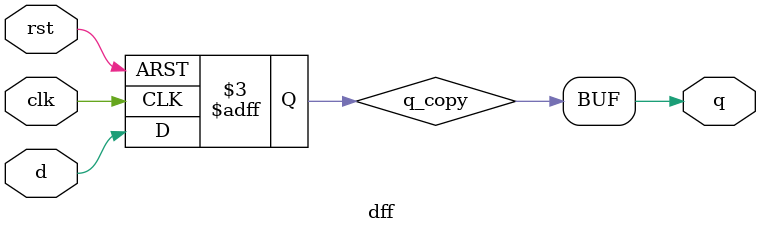
<source format=v>
module dff(clk,d,q,rst);
input d,rst,clk;
output q;
reg q_copy;
always@(posedge clk or negedge rst)begin
    if(!rst)
    q_copy<=0;
    else 
    q_copy<=d;
end
assign q=q_copy;
endmodule
</source>
